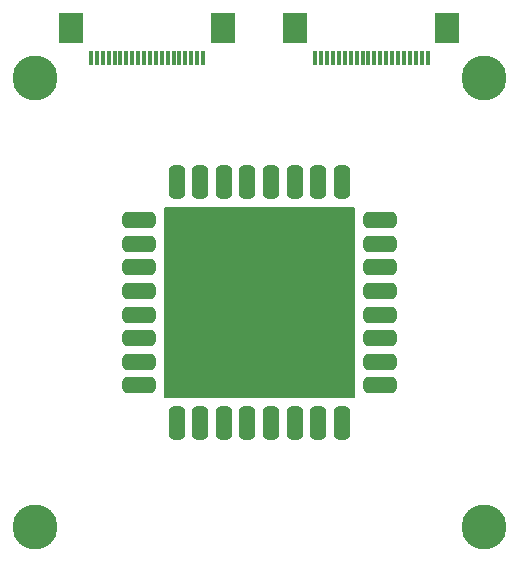
<source format=gbr>
%TF.GenerationSoftware,KiCad,Pcbnew,7.0.2*%
%TF.CreationDate,2023-10-26T18:42:08-06:00*%
%TF.ProjectId,LED_Probe_PCB,4c45445f-5072-46f6-9265-5f5043422e6b,rev?*%
%TF.SameCoordinates,Original*%
%TF.FileFunction,Soldermask,Top*%
%TF.FilePolarity,Negative*%
%FSLAX46Y46*%
G04 Gerber Fmt 4.6, Leading zero omitted, Abs format (unit mm)*
G04 Created by KiCad (PCBNEW 7.0.2) date 2023-10-26 18:42:08*
%MOMM*%
%LPD*%
G01*
G04 APERTURE LIST*
G04 Aperture macros list*
%AMRoundRect*
0 Rectangle with rounded corners*
0 $1 Rounding radius*
0 $2 $3 $4 $5 $6 $7 $8 $9 X,Y pos of 4 corners*
0 Add a 4 corners polygon primitive as box body*
4,1,4,$2,$3,$4,$5,$6,$7,$8,$9,$2,$3,0*
0 Add four circle primitives for the rounded corners*
1,1,$1+$1,$2,$3*
1,1,$1+$1,$4,$5*
1,1,$1+$1,$6,$7*
1,1,$1+$1,$8,$9*
0 Add four rect primitives between the rounded corners*
20,1,$1+$1,$2,$3,$4,$5,0*
20,1,$1+$1,$4,$5,$6,$7,0*
20,1,$1+$1,$6,$7,$8,$9,0*
20,1,$1+$1,$8,$9,$2,$3,0*%
G04 Aperture macros list end*
%ADD10C,0.150000*%
%ADD11R,2.000000X2.500000*%
%ADD12R,0.300000X1.250000*%
%ADD13C,3.800000*%
%ADD14RoundRect,0.400000X-0.300000X-1.000000X0.300000X-1.000000X0.300000X1.000000X-0.300000X1.000000X0*%
%ADD15RoundRect,0.400000X1.000000X-0.300000X1.000000X0.300000X-1.000000X0.300000X-1.000000X-0.300000X0*%
%ADD16RoundRect,0.400000X-1.000000X0.300000X-1.000000X-0.300000X1.000000X-0.300000X1.000000X0.300000X0*%
%ADD17RoundRect,0.400000X0.300000X1.000000X-0.300000X1.000000X-0.300000X-1.000000X0.300000X-1.000000X0*%
G04 APERTURE END LIST*
D10*
X-8000000Y8000000D02*
X8000000Y8000000D01*
X8000000Y-8000000D01*
X-8000000Y-8000000D01*
X-8000000Y8000000D01*
G36*
X-8000000Y8000000D02*
G01*
X8000000Y8000000D01*
X8000000Y-8000000D01*
X-8000000Y-8000000D01*
X-8000000Y8000000D01*
G37*
D11*
%TO.C,J2*%
X15940000Y23287000D03*
X3060000Y23287000D03*
D12*
X4750000Y20712000D03*
X5250000Y20712000D03*
X5750000Y20712000D03*
X6250000Y20712000D03*
X6750000Y20712000D03*
X7250000Y20712000D03*
X7750000Y20712000D03*
X8250000Y20712000D03*
X8750000Y20712000D03*
X9250000Y20712000D03*
X9750000Y20712000D03*
X10250000Y20712000D03*
X10750000Y20712000D03*
X11250000Y20712000D03*
X11750000Y20712000D03*
X12250000Y20712000D03*
X12750000Y20712000D03*
X13250000Y20712000D03*
X13750000Y20712000D03*
X14250000Y20712000D03*
%TD*%
D11*
%TO.C,J1*%
X-3060000Y23287000D03*
X-15940000Y23287000D03*
D12*
X-14250000Y20712000D03*
X-13750000Y20712000D03*
X-13250000Y20712000D03*
X-12750000Y20712000D03*
X-12250000Y20712000D03*
X-11750000Y20712000D03*
X-11250000Y20712000D03*
X-10750000Y20712000D03*
X-10250000Y20712000D03*
X-9750000Y20712000D03*
X-9250000Y20712000D03*
X-8750000Y20712000D03*
X-8250000Y20712000D03*
X-7750000Y20712000D03*
X-7250000Y20712000D03*
X-6750000Y20712000D03*
X-6250000Y20712000D03*
X-5750000Y20712000D03*
X-5250000Y20712000D03*
X-4750000Y20712000D03*
%TD*%
D13*
%TO.C,H2*%
X19000000Y19000000D03*
%TD*%
D14*
%TO.C,S1*%
X-7000000Y-10214500D03*
X-5000000Y-10214500D03*
X-3000000Y-10214500D03*
X-1000000Y-10214500D03*
X1000000Y-10214500D03*
X3000000Y-10214500D03*
X5000000Y-10214500D03*
X7000000Y-10214500D03*
%TD*%
D15*
%TO.C,E1*%
X10214500Y-7000000D03*
X10214500Y-5000000D03*
X10214500Y-3000000D03*
X10214500Y-1000000D03*
X10214500Y1000000D03*
X10214500Y3000000D03*
X10214500Y5000000D03*
X10214500Y7000000D03*
%TD*%
D16*
%TO.C,W1*%
X-10214500Y7000000D03*
X-10214500Y5000000D03*
X-10214500Y3000000D03*
X-10214500Y1000000D03*
X-10214500Y-1000000D03*
X-10214500Y-3000000D03*
X-10214500Y-5000000D03*
X-10214500Y-7000000D03*
%TD*%
D17*
%TO.C,N1*%
X-7000000Y10214500D03*
X-5000000Y10214500D03*
X-3000000Y10214500D03*
X-1000000Y10214500D03*
X1000000Y10214500D03*
X3000000Y10214500D03*
X5000000Y10214500D03*
X7000000Y10214500D03*
%TD*%
D13*
%TO.C,H4*%
X19000000Y-19000000D03*
%TD*%
%TO.C,H3*%
X-19000000Y-19000000D03*
%TD*%
%TO.C,H1*%
X-19000000Y19000000D03*
%TD*%
M02*

</source>
